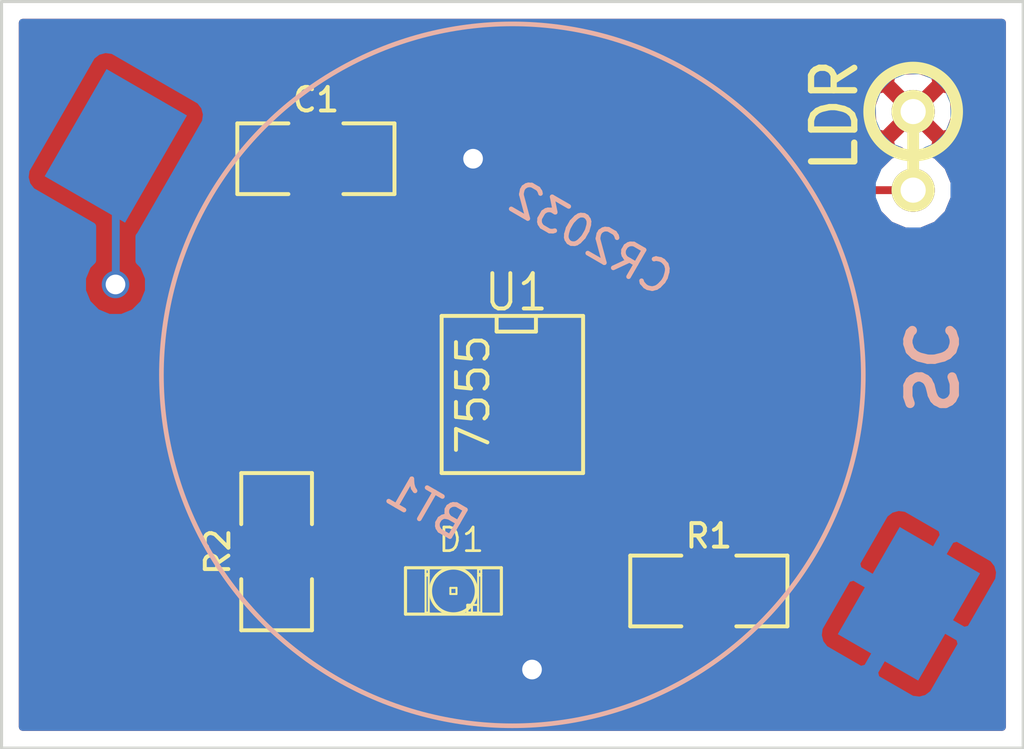
<source format=kicad_pcb>
(kicad_pcb (version 3) (host pcbnew "(2013-07-07 BZR 4022)-stable")

  (general
    (links 13)
    (no_connects 0)
    (area 151.698477 134.569999 193.090001 158.800001)
    (thickness 1.6)
    (drawings 6)
    (tracks 31)
    (zones 0)
    (modules 7)
    (nets 7)
  )

  (page A3)
  (layers
    (15 F.Cu signal)
    (0 B.Cu signal)
    (16 B.Adhes user)
    (17 F.Adhes user)
    (18 B.Paste user)
    (19 F.Paste user)
    (20 B.SilkS user)
    (21 F.SilkS user)
    (22 B.Mask user)
    (23 F.Mask user)
    (24 Dwgs.User user)
    (25 Cmts.User user)
    (26 Eco1.User user)
    (27 Eco2.User user)
    (28 Edge.Cuts user)
  )

  (setup
    (last_trace_width 0.254)
    (trace_clearance 0.254)
    (zone_clearance 0.508)
    (zone_45_only no)
    (trace_min 0.254)
    (segment_width 0.2)
    (edge_width 0.1)
    (via_size 0.889)
    (via_drill 0.635)
    (via_min_size 0.889)
    (via_min_drill 0.508)
    (uvia_size 0.508)
    (uvia_drill 0.127)
    (uvias_allowed no)
    (uvia_min_size 0.508)
    (uvia_min_drill 0.127)
    (pcb_text_width 0.3)
    (pcb_text_size 1.5 1.5)
    (mod_edge_width 0.15)
    (mod_text_size 1 1)
    (mod_text_width 0.15)
    (pad_size 3 4)
    (pad_drill 0)
    (pad_to_mask_clearance 0)
    (aux_axis_origin 0 0)
    (visible_elements 7FFFFFFF)
    (pcbplotparams
      (layerselection 284196865)
      (usegerberextensions true)
      (excludeedgelayer true)
      (linewidth 0.150000)
      (plotframeref false)
      (viasonmask false)
      (mode 1)
      (useauxorigin false)
      (hpglpennumber 1)
      (hpglpenspeed 20)
      (hpglpendiameter 15)
      (hpglpenoverlay 2)
      (psnegative false)
      (psa4output false)
      (plotreference true)
      (plotvalue true)
      (plotothertext true)
      (plotinvisibletext false)
      (padsonsilk false)
      (subtractmaskfromsilk false)
      (outputformat 1)
      (mirror false)
      (drillshape 0)
      (scaleselection 1)
      (outputdirectory Gerber/))
  )

  (net 0 "")
  (net 1 GND)
  (net 2 N-000001)
  (net 3 N-000002)
  (net 4 N-000004)
  (net 5 N-000006)
  (net 6 VCC)

  (net_class Default "This is the default net class."
    (clearance 0.254)
    (trace_width 0.254)
    (via_dia 0.889)
    (via_drill 0.635)
    (uvia_dia 0.508)
    (uvia_drill 0.127)
    (add_net "")
    (add_net GND)
    (add_net N-000001)
    (add_net N-000002)
    (add_net N-000004)
    (add_net N-000006)
    (add_net VCC)
  )

  (module SO8N (layer F.Cu) (tedit 52E186EA) (tstamp 52E0DFCE)
    (at 176.53 147.32 270)
    (descr "Module CMS SOJ 8 pins large")
    (tags "CMS SOJ")
    (path /52E0DFFE)
    (attr smd)
    (fp_text reference U1 (at -3.302 -0.127 360) (layer F.SilkS)
      (effects (font (size 1.143 1.016) (thickness 0.127)))
    )
    (fp_text value 7555 (at 0 1.27 270) (layer F.SilkS)
      (effects (font (size 1.016 1.016) (thickness 0.127)))
    )
    (fp_line (start -2.54 -2.286) (end 2.54 -2.286) (layer F.SilkS) (width 0.127))
    (fp_line (start 2.54 -2.286) (end 2.54 2.286) (layer F.SilkS) (width 0.127))
    (fp_line (start 2.54 2.286) (end -2.54 2.286) (layer F.SilkS) (width 0.127))
    (fp_line (start -2.54 2.286) (end -2.54 -2.286) (layer F.SilkS) (width 0.127))
    (fp_line (start -2.54 -0.762) (end -2.032 -0.762) (layer F.SilkS) (width 0.127))
    (fp_line (start -2.032 -0.762) (end -2.032 0.508) (layer F.SilkS) (width 0.127))
    (fp_line (start -2.032 0.508) (end -2.54 0.508) (layer F.SilkS) (width 0.127))
    (pad 8 smd rect (at -1.905 -3.175 270) (size 0.508 1.143)
      (layers F.Cu F.Paste F.Mask)
      (net 6 VCC)
    )
    (pad 7 smd rect (at -0.635 -3.175 270) (size 0.508 1.143)
      (layers F.Cu F.Paste F.Mask)
      (net 5 N-000006)
    )
    (pad 6 smd rect (at 0.635 -3.175 270) (size 0.508 1.143)
      (layers F.Cu F.Paste F.Mask)
      (net 4 N-000004)
    )
    (pad 5 smd rect (at 1.905 -3.175 270) (size 0.508 1.143)
      (layers F.Cu F.Paste F.Mask)
    )
    (pad 4 smd rect (at 1.905 3.175 270) (size 0.508 1.143)
      (layers F.Cu F.Paste F.Mask)
      (net 6 VCC)
    )
    (pad 3 smd rect (at 0.635 3.175 270) (size 0.508 1.143)
      (layers F.Cu F.Paste F.Mask)
      (net 2 N-000001)
    )
    (pad 2 smd rect (at -0.635 3.175 270) (size 0.508 1.143)
      (layers F.Cu F.Paste F.Mask)
      (net 4 N-000004)
    )
    (pad 1 smd rect (at -1.905 3.175 270) (size 0.508 1.143)
      (layers F.Cu F.Paste F.Mask)
      (net 1 GND)
    )
    (model smd/cms_so8.wrl
      (at (xyz 0 0 0))
      (scale (xyz 0.5 0.38 0.5))
      (rotate (xyz 0 0 0))
    )
  )

  (module SM1206 (layer F.Cu) (tedit 52E186DD) (tstamp 52E0DFDA)
    (at 170.18 139.7)
    (path /52E0E00D)
    (attr smd)
    (fp_text reference C1 (at 0 -1.905) (layer F.SilkS)
      (effects (font (size 0.762 0.762) (thickness 0.127)))
    )
    (fp_text value 1uF (at 0 0) (layer F.SilkS) hide
      (effects (font (size 0.762 0.762) (thickness 0.127)))
    )
    (fp_line (start -2.54 -1.143) (end -2.54 1.143) (layer F.SilkS) (width 0.127))
    (fp_line (start -2.54 1.143) (end -0.889 1.143) (layer F.SilkS) (width 0.127))
    (fp_line (start 0.889 -1.143) (end 2.54 -1.143) (layer F.SilkS) (width 0.127))
    (fp_line (start 2.54 -1.143) (end 2.54 1.143) (layer F.SilkS) (width 0.127))
    (fp_line (start 2.54 1.143) (end 0.889 1.143) (layer F.SilkS) (width 0.127))
    (fp_line (start -0.889 -1.143) (end -2.54 -1.143) (layer F.SilkS) (width 0.127))
    (pad 1 smd rect (at -1.651 0) (size 1.524 2.032)
      (layers F.Cu F.Paste F.Mask)
      (net 4 N-000004)
    )
    (pad 2 smd rect (at 1.651 0) (size 1.524 2.032)
      (layers F.Cu F.Paste F.Mask)
      (net 1 GND)
    )
    (model smd/chip_cms.wrl
      (at (xyz 0 0 0))
      (scale (xyz 0.17 0.16 0.16))
      (rotate (xyz 0 0 0))
    )
  )

  (module SM1206 (layer F.Cu) (tedit 52E186C6) (tstamp 52E0F0DC)
    (at 182.88 153.67 180)
    (path /52E0E01C)
    (attr smd)
    (fp_text reference R1 (at 0 1.778 180) (layer F.SilkS)
      (effects (font (size 0.762 0.762) (thickness 0.127)))
    )
    (fp_text value 470K (at 0 -1.778 180) (layer F.SilkS) hide
      (effects (font (size 0.762 0.762) (thickness 0.127)))
    )
    (fp_line (start -2.54 -1.143) (end -2.54 1.143) (layer F.SilkS) (width 0.127))
    (fp_line (start -2.54 1.143) (end -0.889 1.143) (layer F.SilkS) (width 0.127))
    (fp_line (start 0.889 -1.143) (end 2.54 -1.143) (layer F.SilkS) (width 0.127))
    (fp_line (start 2.54 -1.143) (end 2.54 1.143) (layer F.SilkS) (width 0.127))
    (fp_line (start 2.54 1.143) (end 0.889 1.143) (layer F.SilkS) (width 0.127))
    (fp_line (start -0.889 -1.143) (end -2.54 -1.143) (layer F.SilkS) (width 0.127))
    (pad 1 smd rect (at -1.651 0 180) (size 1.524 2.032)
      (layers F.Cu F.Paste F.Mask)
      (net 5 N-000006)
    )
    (pad 2 smd rect (at 1.651 0 180) (size 1.524 2.032)
      (layers F.Cu F.Paste F.Mask)
      (net 4 N-000004)
    )
    (model smd/chip_cms.wrl
      (at (xyz 0 0 0))
      (scale (xyz 0.17 0.16 0.16))
      (rotate (xyz 0 0 0))
    )
  )

  (module SM1206 (layer F.Cu) (tedit 52E186D5) (tstamp 52E0DFF2)
    (at 168.91 152.4 270)
    (path /52E0E06F)
    (attr smd)
    (fp_text reference R2 (at 0 1.905 270) (layer F.SilkS)
      (effects (font (size 0.762 0.762) (thickness 0.127)))
    )
    (fp_text value 1K (at 0 0 270) (layer F.SilkS) hide
      (effects (font (size 0.762 0.762) (thickness 0.127)))
    )
    (fp_line (start -2.54 -1.143) (end -2.54 1.143) (layer F.SilkS) (width 0.127))
    (fp_line (start -2.54 1.143) (end -0.889 1.143) (layer F.SilkS) (width 0.127))
    (fp_line (start 0.889 -1.143) (end 2.54 -1.143) (layer F.SilkS) (width 0.127))
    (fp_line (start 2.54 -1.143) (end 2.54 1.143) (layer F.SilkS) (width 0.127))
    (fp_line (start 2.54 1.143) (end 0.889 1.143) (layer F.SilkS) (width 0.127))
    (fp_line (start -0.889 -1.143) (end -2.54 -1.143) (layer F.SilkS) (width 0.127))
    (pad 1 smd rect (at -1.651 0 270) (size 1.524 2.032)
      (layers F.Cu F.Paste F.Mask)
      (net 2 N-000001)
    )
    (pad 2 smd rect (at 1.651 0 270) (size 1.524 2.032)
      (layers F.Cu F.Paste F.Mask)
      (net 3 N-000002)
    )
    (model smd/chip_cms.wrl
      (at (xyz 0 0 0))
      (scale (xyz 0.17 0.16 0.16))
      (rotate (xyz 0 0 0))
    )
  )

  (module R1 (layer F.Cu) (tedit 52E0F012) (tstamp 52E0DFFA)
    (at 189.484 139.446 270)
    (descr "Resistance verticale")
    (tags R)
    (path /52E0E044)
    (autoplace_cost90 10)
    (autoplace_cost180 10)
    (fp_text reference VR1 (at -1.016 2.54 270) (layer F.SilkS) hide
      (effects (font (size 1.397 1.27) (thickness 0.2032)))
    )
    (fp_text value LDR (at -1.143 2.54 270) (layer F.SilkS)
      (effects (font (size 1.397 1.27) (thickness 0.2032)))
    )
    (fp_line (start -1.27 0) (end 1.27 0) (layer F.SilkS) (width 0.381))
    (fp_circle (center -1.27 0) (end -0.635 1.27) (layer F.SilkS) (width 0.381))
    (pad 1 thru_hole circle (at -1.27 0 270) (size 1.397 1.397) (drill 0.8128)
      (layers *.Cu *.Mask F.SilkS)
      (net 6 VCC)
    )
    (pad 2 thru_hole circle (at 1.27 0 270) (size 1.397 1.397) (drill 0.8128)
      (layers *.Cu *.Mask F.SilkS)
      (net 5 N-000006)
    )
    (model discret/verti_resistor.wrl
      (at (xyz 0 0 0))
      (scale (xyz 1 1 1))
      (rotate (xyz 0 0 0))
    )
  )

  (module LED-1206 (layer F.Cu) (tedit 52E186D0) (tstamp 52E0E024)
    (at 174.625 153.67)
    (descr "LED 1206 smd package")
    (tags "LED1206 SMD")
    (path /52E0E077)
    (attr smd)
    (fp_text reference D1 (at 0.254 -1.651) (layer F.SilkS)
      (effects (font (size 0.762 0.762) (thickness 0.0889)))
    )
    (fp_text value LED (at 0 1.524) (layer F.SilkS) hide
      (effects (font (size 0.762 0.762) (thickness 0.0889)))
    )
    (fp_line (start -0.09906 0.09906) (end 0.09906 0.09906) (layer F.SilkS) (width 0.06604))
    (fp_line (start 0.09906 0.09906) (end 0.09906 -0.09906) (layer F.SilkS) (width 0.06604))
    (fp_line (start -0.09906 -0.09906) (end 0.09906 -0.09906) (layer F.SilkS) (width 0.06604))
    (fp_line (start -0.09906 0.09906) (end -0.09906 -0.09906) (layer F.SilkS) (width 0.06604))
    (fp_line (start 0.44958 0.6985) (end 0.79756 0.6985) (layer F.SilkS) (width 0.06604))
    (fp_line (start 0.79756 0.6985) (end 0.79756 0.44958) (layer F.SilkS) (width 0.06604))
    (fp_line (start 0.44958 0.44958) (end 0.79756 0.44958) (layer F.SilkS) (width 0.06604))
    (fp_line (start 0.44958 0.6985) (end 0.44958 0.44958) (layer F.SilkS) (width 0.06604))
    (fp_line (start 0.79756 0.6985) (end 0.89916 0.6985) (layer F.SilkS) (width 0.06604))
    (fp_line (start 0.89916 0.6985) (end 0.89916 -0.49784) (layer F.SilkS) (width 0.06604))
    (fp_line (start 0.79756 -0.49784) (end 0.89916 -0.49784) (layer F.SilkS) (width 0.06604))
    (fp_line (start 0.79756 0.6985) (end 0.79756 -0.49784) (layer F.SilkS) (width 0.06604))
    (fp_line (start 0.79756 -0.54864) (end 0.89916 -0.54864) (layer F.SilkS) (width 0.06604))
    (fp_line (start 0.89916 -0.54864) (end 0.89916 -0.6985) (layer F.SilkS) (width 0.06604))
    (fp_line (start 0.79756 -0.6985) (end 0.89916 -0.6985) (layer F.SilkS) (width 0.06604))
    (fp_line (start 0.79756 -0.54864) (end 0.79756 -0.6985) (layer F.SilkS) (width 0.06604))
    (fp_line (start -0.89916 0.6985) (end -0.79756 0.6985) (layer F.SilkS) (width 0.06604))
    (fp_line (start -0.79756 0.6985) (end -0.79756 -0.49784) (layer F.SilkS) (width 0.06604))
    (fp_line (start -0.89916 -0.49784) (end -0.79756 -0.49784) (layer F.SilkS) (width 0.06604))
    (fp_line (start -0.89916 0.6985) (end -0.89916 -0.49784) (layer F.SilkS) (width 0.06604))
    (fp_line (start -0.89916 -0.54864) (end -0.79756 -0.54864) (layer F.SilkS) (width 0.06604))
    (fp_line (start -0.79756 -0.54864) (end -0.79756 -0.6985) (layer F.SilkS) (width 0.06604))
    (fp_line (start -0.89916 -0.6985) (end -0.79756 -0.6985) (layer F.SilkS) (width 0.06604))
    (fp_line (start -0.89916 -0.54864) (end -0.89916 -0.6985) (layer F.SilkS) (width 0.06604))
    (fp_line (start 0.44958 0.6985) (end 0.59944 0.6985) (layer F.SilkS) (width 0.06604))
    (fp_line (start 0.59944 0.6985) (end 0.59944 0.44958) (layer F.SilkS) (width 0.06604))
    (fp_line (start 0.44958 0.44958) (end 0.59944 0.44958) (layer F.SilkS) (width 0.06604))
    (fp_line (start 0.44958 0.6985) (end 0.44958 0.44958) (layer F.SilkS) (width 0.06604))
    (fp_line (start 1.5494 0.7493) (end -1.5494 0.7493) (layer F.SilkS) (width 0.1016))
    (fp_line (start -1.5494 0.7493) (end -1.5494 -0.7493) (layer F.SilkS) (width 0.1016))
    (fp_line (start -1.5494 -0.7493) (end 1.5494 -0.7493) (layer F.SilkS) (width 0.1016))
    (fp_line (start 1.5494 -0.7493) (end 1.5494 0.7493) (layer F.SilkS) (width 0.1016))
    (fp_arc (start 0 0) (end 0.54864 0.49784) (angle 95.4) (layer F.SilkS) (width 0.1016))
    (fp_arc (start 0 0) (end -0.54864 0.49784) (angle 84.5) (layer F.SilkS) (width 0.1016))
    (fp_arc (start 0 0) (end -0.54864 -0.49784) (angle 95.4) (layer F.SilkS) (width 0.1016))
    (fp_arc (start 0 0) (end 0.54864 -0.49784) (angle 84.5) (layer F.SilkS) (width 0.1016))
    (pad 1 smd rect (at -1.41986 0) (size 1.59766 1.80086)
      (layers F.Cu F.Paste F.Mask)
      (net 3 N-000002)
    )
    (pad 2 smd rect (at 1.41986 0) (size 1.59766 1.80086)
      (layers F.Cu F.Paste F.Mask)
      (net 1 GND)
    )
  )

  (module SMTU2032 (layer B.Cu) (tedit 52E183E5) (tstamp 52E1841C)
    (at 176.53 146.685 330)
    (path /52E0E1EA)
    (fp_text reference BT1 (at -0.254 5.08 330) (layer B.SilkS)
      (effects (font (size 1 1) (thickness 0.15)) (justify mirror))
    )
    (fp_text value CR2032 (at 0 -5.08 330) (layer B.SilkS)
      (effects (font (size 1 1) (thickness 0.15)) (justify mirror))
    )
    (fp_circle (center 0 0) (end 11.33 -0.53) (layer B.SilkS) (width 0.15))
    (pad 2 smd rect (at 14.8 0 330) (size 3 4)
      (layers B.Cu B.Paste B.Mask)
      (net 1 GND)
    )
    (pad 1 smd rect (at -14.8 0 330) (size 3 4)
      (layers B.Cu B.Paste B.Mask)
      (net 6 VCC)
    )
  )

  (gr_line (start 160.02 158.75) (end 193.04 158.75) (angle 90) (layer Edge.Cuts) (width 0.1))
  (gr_line (start 160.02 134.62) (end 193.04 134.62) (angle 90) (layer Edge.Cuts) (width 0.1))
  (gr_line (start 193.04 158.75) (end 193.04 134.62) (angle 90) (layer Edge.Cuts) (width 0.1) (tstamp 52E1820C))
  (gr_line (start 160.02 134.62) (end 160.02 158.75) (angle 90) (layer Edge.Cuts) (width 0.1))
  (gr_text Blinky (at 163.322 147.066 90) (layer F.Mask)
    (effects (font (size 3 5.08) (thickness 0.508)))
  )
  (gr_text SC (at 189.992 146.431 270) (layer B.SilkS)
    (effects (font (size 1.5 1.5) (thickness 0.3)) (justify mirror))
  )

  (segment (start 171.831 139.7) (end 175.26 139.7) (width 0.254) (layer F.Cu) (net 1))
  (via (at 175.26 139.7) (size 0.889) (layers F.Cu B.Cu) (net 1))
  (segment (start 176.04486 153.67) (end 176.04486 155.08986) (width 0.254) (layer F.Cu) (net 1))
  (via (at 177.165 156.21) (size 0.889) (layers F.Cu B.Cu) (net 1))
  (segment (start 176.04486 155.08986) (end 177.165 156.21) (width 0.254) (layer F.Cu) (net 1) (tstamp 52E1A9EF))
  (segment (start 171.831 139.7) (end 171.831 144.526) (width 0.254) (layer F.Cu) (net 1))
  (segment (start 172.72 145.415) (end 173.355 145.415) (width 0.254) (layer F.Cu) (net 1) (tstamp 52E1A9A2))
  (segment (start 171.831 144.526) (end 172.72 145.415) (width 0.254) (layer F.Cu) (net 1) (tstamp 52E1A99E))
  (segment (start 173.355 147.955) (end 171.704 147.955) (width 0.254) (layer F.Cu) (net 2) (status 10))
  (segment (start 171.704 147.955) (end 168.91 150.749) (width 0.254) (layer F.Cu) (net 2) (tstamp 52E1A91A) (status 20))
  (segment (start 168.91 154.051) (end 172.82414 154.051) (width 0.254) (layer F.Cu) (net 3))
  (segment (start 172.82414 154.051) (end 173.20514 153.67) (width 0.254) (layer F.Cu) (net 3) (tstamp 52E1A9AE))
  (segment (start 181.229 153.67) (end 180.34 153.67) (width 0.254) (layer F.Cu) (net 4))
  (segment (start 177.8 151.13) (end 177.8 147.955) (width 0.254) (layer F.Cu) (net 4) (tstamp 52E1A9DF))
  (segment (start 180.34 153.67) (end 177.8 151.13) (width 0.254) (layer F.Cu) (net 4) (tstamp 52E1A9DC))
  (segment (start 173.355 146.685) (end 168.91 146.685) (width 0.254) (layer F.Cu) (net 4))
  (segment (start 168.529 146.304) (end 168.529 139.7) (width 0.254) (layer F.Cu) (net 4) (tstamp 52E1A991))
  (segment (start 168.91 146.685) (end 168.529 146.304) (width 0.254) (layer F.Cu) (net 4) (tstamp 52E1A987))
  (segment (start 173.355 146.685) (end 175.26 146.685) (width 0.254) (layer F.Cu) (net 4) (status 10))
  (segment (start 176.53 147.955) (end 177.165 147.955) (width 0.254) (layer F.Cu) (net 4) (tstamp 52E0F2E6) (status 20))
  (segment (start 177.165 147.955) (end 177.8 147.955) (width 0.254) (layer F.Cu) (net 4) (tstamp 52E1A9C2) (status 20))
  (segment (start 177.8 147.955) (end 179.705 147.955) (width 0.254) (layer F.Cu) (net 4) (tstamp 52E1A9E3) (status 20))
  (segment (start 175.26 146.685) (end 176.53 147.955) (width 0.254) (layer F.Cu) (net 4) (tstamp 52E0F2E3))
  (segment (start 184.531 153.67) (end 184.531 149.606) (width 0.254) (layer F.Cu) (net 5))
  (segment (start 184.531 149.606) (end 181.61 146.685) (width 0.254) (layer F.Cu) (net 5) (tstamp 52E1A9C4))
  (segment (start 189.484 140.716) (end 187.579 140.716) (width 0.254) (layer F.Cu) (net 5) (status 10))
  (segment (start 187.579 140.716) (end 181.61 146.685) (width 0.254) (layer F.Cu) (net 5) (tstamp 52E1A8B7))
  (segment (start 179.705 146.685) (end 181.61 146.685) (width 0.254) (layer F.Cu) (net 5) (status 10))
  (segment (start 163.712824 139.285) (end 163.712824 143.754176) (width 0.254) (layer B.Cu) (net 6) (status 10))
  (via (at 163.703 143.764) (size 0.889) (layers F.Cu B.Cu) (net 6))
  (segment (start 163.712824 143.754176) (end 163.703 143.764) (width 0.254) (layer B.Cu) (net 6) (tstamp 52E18549))

  (zone (net 1) (net_name GND) (layer B.Cu) (tstamp 52E184A4) (hatch edge 0.508)
    (connect_pads (clearance 0.508))
    (min_thickness 0.254)
    (fill (arc_segments 16) (thermal_gap 0.508) (thermal_bridge_width 0.508))
    (polygon
      (pts
        (xy 192.532 158.242) (xy 160.528 158.242) (xy 160.528 135.128) (xy 192.532 135.128)
      )
    )
    (filled_polygon
      (pts
        (xy 192.355 158.065) (xy 192.292231 158.065) (xy 192.292231 153.060041) (xy 192.226636 152.816087) (xy 192.072676 152.615805)
        (xy 190.912143 151.945898) (xy 190.81773 151.971196) (xy 190.81773 140.451914) (xy 190.615145 139.96162) (xy 190.240353 139.586174)
        (xy 189.902551 139.445906) (xy 190.23838 139.307145) (xy 190.613826 138.932353) (xy 190.817267 138.442413) (xy 190.81773 137.911914)
        (xy 190.615145 137.42162) (xy 190.240353 137.046174) (xy 189.750413 136.842733) (xy 189.219914 136.84227) (xy 188.72962 137.044855)
        (xy 188.354174 137.419647) (xy 188.150733 137.909587) (xy 188.15027 138.440086) (xy 188.352855 138.93038) (xy 188.727647 139.305826)
        (xy 189.065448 139.446093) (xy 188.72962 139.584855) (xy 188.354174 139.959647) (xy 188.150733 140.449587) (xy 188.15027 140.980086)
        (xy 188.352855 141.47038) (xy 188.727647 141.845826) (xy 189.217587 142.049267) (xy 189.748086 142.04973) (xy 190.23838 141.847145)
        (xy 190.613826 141.472353) (xy 190.817267 140.982413) (xy 190.81773 140.451914) (xy 190.81773 151.971196) (xy 190.695286 152.004005)
        (xy 190.475316 152.385004) (xy 190.475316 151.877005) (xy 190.417209 151.660148) (xy 189.256786 150.99005) (xy 189.006357 150.956858)
        (xy 188.762289 151.022028) (xy 188.56174 151.175637) (xy 188.435239 151.394301) (xy 187.641087 152.770033) (xy 187.699193 152.98689)
        (xy 189.300691 153.911515) (xy 190.475316 151.877005) (xy 190.475316 152.385004) (xy 189.520661 154.038515) (xy 191.122159 154.96314)
        (xy 191.339015 154.905033) (xy 192.133358 153.529411) (xy 192.259476 153.310526) (xy 192.292231 153.060041) (xy 192.292231 158.065)
        (xy 191.053265 158.065) (xy 191.053265 155.399967) (xy 190.995159 155.18311) (xy 189.393661 154.258485) (xy 189.173691 154.639484)
        (xy 189.173691 154.131485) (xy 187.572193 153.20686) (xy 187.355337 153.264967) (xy 186.560994 154.640589) (xy 186.434876 154.859474)
        (xy 186.402121 155.109959) (xy 186.467716 155.353913) (xy 186.621676 155.554195) (xy 187.782209 156.224102) (xy 187.999066 156.165995)
        (xy 189.173691 154.131485) (xy 189.173691 154.639484) (xy 188.219036 156.292995) (xy 188.277143 156.509852) (xy 189.437566 157.17995)
        (xy 189.687995 157.213142) (xy 189.932063 157.147972) (xy 190.132612 156.994363) (xy 190.259113 156.775699) (xy 191.053265 155.399967)
        (xy 191.053265 158.065) (xy 166.657953 158.065) (xy 166.657953 138.261168) (xy 166.592783 138.0171) (xy 166.439174 137.816551)
        (xy 166.22051 137.69005) (xy 163.622434 136.19005) (xy 163.372005 136.156858) (xy 163.127937 136.222028) (xy 162.927388 136.375637)
        (xy 162.800887 136.594301) (xy 160.800887 140.058403) (xy 160.767695 140.308832) (xy 160.832865 140.5529) (xy 160.986474 140.753449)
        (xy 161.205138 140.87995) (xy 162.950824 141.887822) (xy 162.950824 142.989551) (xy 162.788378 143.151714) (xy 162.623687 143.548332)
        (xy 162.623313 143.977784) (xy 162.787311 144.374689) (xy 163.090714 144.678622) (xy 163.487332 144.843313) (xy 163.916784 144.843687)
        (xy 164.313689 144.679689) (xy 164.617622 144.376286) (xy 164.782313 143.979668) (xy 164.782687 143.550216) (xy 164.618689 143.153311)
        (xy 164.474824 143.009194) (xy 164.474824 142.212313) (xy 164.49826 142.194363) (xy 164.624761 141.975699) (xy 166.624761 138.511597)
        (xy 166.657953 138.261168) (xy 166.657953 158.065) (xy 160.705 158.065) (xy 160.705 135.305) (xy 192.355 135.305)
        (xy 192.355 158.065)
      )
    )
  )
  (zone (net 6) (net_name VCC) (layer F.Cu) (tstamp 52E184C5) (hatch edge 0.508)
    (connect_pads (clearance 0.508))
    (min_thickness 0.254)
    (fill (arc_segments 16) (thermal_gap 0.508) (thermal_bridge_width 0.508))
    (polygon
      (pts
        (xy 192.532 158.242) (xy 160.528 158.242) (xy 160.528 135.128) (xy 192.532 135.128)
      )
    )
    (filled_polygon
      (pts
        (xy 192.355 158.065) (xy 190.829924 158.065) (xy 190.829924 138.36852) (xy 190.801146 137.838802) (xy 190.653798 137.483072)
        (xy 190.418186 137.421419) (xy 190.238581 137.601024) (xy 190.238581 137.241814) (xy 190.176928 137.006202) (xy 189.67652 136.830076)
        (xy 189.146802 136.858854) (xy 188.791072 137.006202) (xy 188.729419 137.241814) (xy 189.484 137.996395) (xy 190.238581 137.241814)
        (xy 190.238581 137.601024) (xy 189.663605 138.176) (xy 190.418186 138.930581) (xy 190.653798 138.868928) (xy 190.829924 138.36852)
        (xy 190.829924 158.065) (xy 190.81773 158.065) (xy 190.81773 140.451914) (xy 190.615145 139.96162) (xy 190.240353 139.586174)
        (xy 189.918877 139.452685) (xy 190.176928 139.345798) (xy 190.238581 139.110186) (xy 189.484 138.355605) (xy 189.304395 138.53521)
        (xy 189.304395 138.176) (xy 188.549814 137.421419) (xy 188.314202 137.483072) (xy 188.138076 137.98348) (xy 188.166854 138.513198)
        (xy 188.314202 138.868928) (xy 188.549814 138.930581) (xy 189.304395 138.176) (xy 189.304395 138.53521) (xy 188.729419 139.110186)
        (xy 188.791072 139.345798) (xy 189.070316 139.444082) (xy 188.72962 139.584855) (xy 188.35983 139.954) (xy 187.579 139.954)
        (xy 187.287395 140.012004) (xy 187.040184 140.177185) (xy 181.294369 145.923) (xy 180.85862 145.923) (xy 180.91161 145.794755)
        (xy 180.91161 145.035245) (xy 180.815141 144.801771) (xy 180.636668 144.622987) (xy 180.403364 144.526111) (xy 180.150745 144.52589)
        (xy 179.99075 144.526) (xy 179.832 144.68475) (xy 179.832 145.288) (xy 180.75275 145.288) (xy 180.9115 145.12925)
        (xy 180.91161 145.035245) (xy 180.91161 145.794755) (xy 180.9115 145.70075) (xy 180.75275 145.542) (xy 179.832 145.542)
        (xy 179.832 145.562) (xy 179.578 145.562) (xy 179.578 145.542) (xy 179.578 145.288) (xy 179.578 144.68475)
        (xy 179.41925 144.526) (xy 179.259255 144.52589) (xy 179.006636 144.526111) (xy 178.773332 144.622987) (xy 178.594859 144.801771)
        (xy 178.49839 145.035245) (xy 178.4985 145.12925) (xy 178.65725 145.288) (xy 179.578 145.288) (xy 179.578 145.542)
        (xy 178.65725 145.542) (xy 178.4985 145.70075) (xy 178.49839 145.794755) (xy 178.594859 146.028229) (xy 178.616473 146.049881)
        (xy 178.595487 146.070832) (xy 178.498611 146.304136) (xy 178.49839 146.556755) (xy 178.49839 147.064755) (xy 178.551379 147.193)
        (xy 177.8 147.193) (xy 177.165 147.193) (xy 176.84563 147.193) (xy 175.798815 146.146185) (xy 175.551605 145.981004)
        (xy 175.26 145.923) (xy 174.508597 145.923) (xy 174.561389 145.795864) (xy 174.56161 145.543245) (xy 174.56161 145.035245)
        (xy 174.465141 144.801771) (xy 174.286668 144.622987) (xy 174.053364 144.526111) (xy 173.800745 144.52589) (xy 172.90852 144.52589)
        (xy 172.593 144.210369) (xy 172.593 141.35111) (xy 172.718755 141.35111) (xy 172.952229 141.254641) (xy 173.131013 141.076168)
        (xy 173.227889 140.842864) (xy 173.22811 140.590245) (xy 173.22811 140.462) (xy 174.495358 140.462) (xy 174.647714 140.614622)
        (xy 175.044332 140.779313) (xy 175.473784 140.779687) (xy 175.870689 140.615689) (xy 176.174622 140.312286) (xy 176.339313 139.915668)
        (xy 176.339687 139.486216) (xy 176.175689 139.089311) (xy 175.872286 138.785378) (xy 175.475668 138.620687) (xy 175.046216 138.620313)
        (xy 174.649311 138.784311) (xy 174.495353 138.938) (xy 173.22811 138.938) (xy 173.22811 138.558245) (xy 173.131641 138.324771)
        (xy 172.953168 138.145987) (xy 172.719864 138.049111) (xy 172.467245 138.04889) (xy 170.943245 138.04889) (xy 170.709771 138.145359)
        (xy 170.530987 138.323832) (xy 170.434111 138.557136) (xy 170.43389 138.809755) (xy 170.43389 140.841755) (xy 170.530359 141.075229)
        (xy 170.708832 141.254013) (xy 170.942136 141.350889) (xy 171.069 141.350999) (xy 171.069 144.526) (xy 171.127004 144.817605)
        (xy 171.292185 145.064815) (xy 172.150369 145.923) (xy 169.291 145.923) (xy 169.291 141.35111) (xy 169.416755 141.35111)
        (xy 169.650229 141.254641) (xy 169.829013 141.076168) (xy 169.925889 140.842864) (xy 169.92611 140.590245) (xy 169.92611 138.558245)
        (xy 169.829641 138.324771) (xy 169.651168 138.145987) (xy 169.417864 138.049111) (xy 169.165245 138.04889) (xy 167.641245 138.04889)
        (xy 167.407771 138.145359) (xy 167.228987 138.323832) (xy 167.132111 138.557136) (xy 167.13189 138.809755) (xy 167.13189 140.841755)
        (xy 167.228359 141.075229) (xy 167.406832 141.254013) (xy 167.640136 141.350889) (xy 167.767 141.350999) (xy 167.767 146.304)
        (xy 167.825004 146.595605) (xy 167.990185 146.842815) (xy 168.371184 147.223815) (xy 168.371185 147.223815) (xy 168.618395 147.388996)
        (xy 168.91 147.447) (xy 171.134369 147.447) (xy 169.229479 149.35189) (xy 167.768245 149.35189) (xy 167.534771 149.448359)
        (xy 167.355987 149.626832) (xy 167.259111 149.860136) (xy 167.25889 150.112755) (xy 167.25889 151.636755) (xy 167.355359 151.870229)
        (xy 167.533832 152.049013) (xy 167.767136 152.145889) (xy 168.019755 152.14611) (xy 170.051755 152.14611) (xy 170.285229 152.049641)
        (xy 170.464013 151.871168) (xy 170.560889 151.637864) (xy 170.56111 151.385245) (xy 170.56111 150.17552) (xy 172.01963 148.717)
        (xy 172.201379 148.717) (xy 172.14839 148.845245) (xy 172.1485 148.93925) (xy 172.30725 149.098) (xy 173.228 149.098)
        (xy 173.228 149.078) (xy 173.482 149.078) (xy 173.482 149.098) (xy 174.40275 149.098) (xy 174.5615 148.93925)
        (xy 174.56161 148.845245) (xy 174.465141 148.611771) (xy 174.443526 148.590118) (xy 174.464513 148.569168) (xy 174.561389 148.335864)
        (xy 174.56161 148.083245) (xy 174.56161 147.575245) (xy 174.50862 147.447) (xy 174.944369 147.447) (xy 175.991184 148.493815)
        (xy 175.991185 148.493815) (xy 176.238395 148.658996) (xy 176.53 148.717) (xy 177.038 148.717) (xy 177.038 151.13)
        (xy 177.096004 151.421605) (xy 177.261185 151.668815) (xy 179.801184 154.208815) (xy 179.801185 154.208815) (xy 179.83189 154.229332)
        (xy 179.83189 154.811755) (xy 179.928359 155.045229) (xy 180.106832 155.224013) (xy 180.340136 155.320889) (xy 180.592755 155.32111)
        (xy 182.116755 155.32111) (xy 182.350229 155.224641) (xy 182.529013 155.046168) (xy 182.625889 154.812864) (xy 182.62611 154.560245)
        (xy 182.62611 152.528245) (xy 182.529641 152.294771) (xy 182.351168 152.115987) (xy 182.117864 152.019111) (xy 181.865245 152.01889)
        (xy 180.341245 152.01889) (xy 180.107771 152.115359) (xy 179.985273 152.237643) (xy 178.562 150.814369) (xy 178.562 149.758703)
        (xy 178.594859 149.838229) (xy 178.773332 150.017013) (xy 179.006636 150.113889) (xy 179.259255 150.11411) (xy 180.402255 150.11411)
        (xy 180.635729 150.017641) (xy 180.814513 149.839168) (xy 180.911389 149.605864) (xy 180.91161 149.353245) (xy 180.91161 148.845245)
        (xy 180.815141 148.611771) (xy 180.793526 148.590118) (xy 180.814513 148.569168) (xy 180.911389 148.335864) (xy 180.91161 148.083245)
        (xy 180.91161 147.575245) (xy 180.85862 147.447) (xy 181.294369 147.447) (xy 183.769 149.92163) (xy 183.769 152.01889)
        (xy 183.643245 152.01889) (xy 183.409771 152.115359) (xy 183.230987 152.293832) (xy 183.134111 152.527136) (xy 183.13389 152.779755)
        (xy 183.13389 154.811755) (xy 183.230359 155.045229) (xy 183.408832 155.224013) (xy 183.642136 155.320889) (xy 183.894755 155.32111)
        (xy 185.418755 155.32111) (xy 185.652229 155.224641) (xy 185.831013 155.046168) (xy 185.927889 154.812864) (xy 185.92811 154.560245)
        (xy 185.92811 152.528245) (xy 185.831641 152.294771) (xy 185.653168 152.115987) (xy 185.419864 152.019111) (xy 185.293 152.019)
        (xy 185.293 149.606) (xy 185.292999 149.605999) (xy 185.234996 149.314395) (xy 185.069815 149.067185) (xy 185.069815 149.067184)
        (xy 182.68763 146.684999) (xy 187.89463 141.478) (xy 188.360461 141.478) (xy 188.727647 141.845826) (xy 189.217587 142.049267)
        (xy 189.748086 142.04973) (xy 190.23838 141.847145) (xy 190.613826 141.472353) (xy 190.817267 140.982413) (xy 190.81773 140.451914)
        (xy 190.81773 158.065) (xy 178.244687 158.065) (xy 178.244687 155.996216) (xy 178.080689 155.599311) (xy 177.777286 155.295378)
        (xy 177.380668 155.130687) (xy 177.163127 155.130497) (xy 177.159599 155.126969) (xy 177.202919 155.109071) (xy 177.381703 154.930598)
        (xy 177.478579 154.697294) (xy 177.4788 154.444675) (xy 177.4788 152.643815) (xy 177.382331 152.410341) (xy 177.203858 152.231557)
        (xy 176.970554 152.134681) (xy 176.717935 152.13446) (xy 175.120275 152.13446) (xy 174.886801 152.230929) (xy 174.708017 152.409402)
        (xy 174.624915 152.609533) (xy 174.56161 152.456322) (xy 174.56161 149.604755) (xy 174.5615 149.51075) (xy 174.40275 149.352)
        (xy 173.482 149.352) (xy 173.482 149.95525) (xy 173.64075 150.114) (xy 173.800745 150.11411) (xy 174.053364 150.113889)
        (xy 174.286668 150.017013) (xy 174.465141 149.838229) (xy 174.56161 149.604755) (xy 174.56161 152.456322) (xy 174.542611 152.410341)
        (xy 174.364138 152.231557) (xy 174.130834 152.134681) (xy 173.878215 152.13446) (xy 173.228 152.13446) (xy 173.228 149.95525)
        (xy 173.228 149.352) (xy 172.30725 149.352) (xy 172.1485 149.51075) (xy 172.14839 149.604755) (xy 172.244859 149.838229)
        (xy 172.423332 150.017013) (xy 172.656636 150.113889) (xy 172.909255 150.11411) (xy 173.06925 150.114) (xy 173.228 149.95525)
        (xy 173.228 152.13446) (xy 172.280555 152.13446) (xy 172.047081 152.230929) (xy 171.868297 152.409402) (xy 171.771421 152.642706)
        (xy 171.7712 152.895325) (xy 171.7712 153.289) (xy 170.56111 153.289) (xy 170.56111 153.163245) (xy 170.464641 152.929771)
        (xy 170.286168 152.750987) (xy 170.052864 152.654111) (xy 169.800245 152.65389) (xy 167.768245 152.65389) (xy 167.534771 152.750359)
        (xy 167.355987 152.928832) (xy 167.259111 153.162136) (xy 167.25889 153.414755) (xy 167.25889 154.938755) (xy 167.355359 155.172229)
        (xy 167.533832 155.351013) (xy 167.767136 155.447889) (xy 168.019755 155.44811) (xy 170.051755 155.44811) (xy 170.285229 155.351641)
        (xy 170.464013 155.173168) (xy 170.560889 154.939864) (xy 170.560999 154.813) (xy 171.819466 154.813) (xy 171.867669 154.929659)
        (xy 172.046142 155.108443) (xy 172.279446 155.205319) (xy 172.532065 155.20554) (xy 174.129725 155.20554) (xy 174.363199 155.109071)
        (xy 174.541983 154.930598) (xy 174.625084 154.730466) (xy 174.707389 154.929659) (xy 174.885862 155.108443) (xy 175.119166 155.205319)
        (xy 175.305858 155.205482) (xy 175.340864 155.381465) (xy 175.506045 155.628675) (xy 176.0855 156.20813) (xy 176.085313 156.423784)
        (xy 176.249311 156.820689) (xy 176.552714 157.124622) (xy 176.949332 157.289313) (xy 177.378784 157.289687) (xy 177.775689 157.125689)
        (xy 178.079622 156.822286) (xy 178.244313 156.425668) (xy 178.244687 155.996216) (xy 178.244687 158.065) (xy 160.705 158.065)
        (xy 160.705 135.305) (xy 192.355 135.305) (xy 192.355 158.065)
      )
    )
  )
)

</source>
